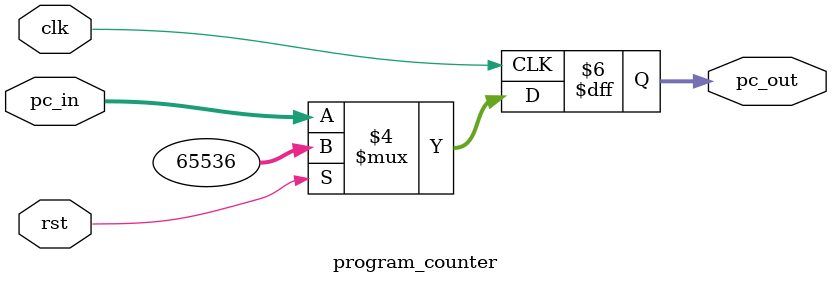
<source format=v>
`timescale 1ns / 1ps

// What this module do is only buffering program counter for each postive edge.
// Counting and jumping logic is done elsewhere.
module program_counter(
    input [31:0] pc_in,
    input rst,
    input clk,
    output reg [31:0] pc_out // instruction memory address is 32bit wide
    );

    initial begin
        pc_out = 32'h00010000; // For RISC-V, program address starts at 0x10000
    end

    always @(posedge clk) begin
        if(rst) pc_out <= 32'h00010000; // For RISC-V, program address starts at 0x10000
        else pc_out <= pc_in;
    end
    
endmodule

</source>
